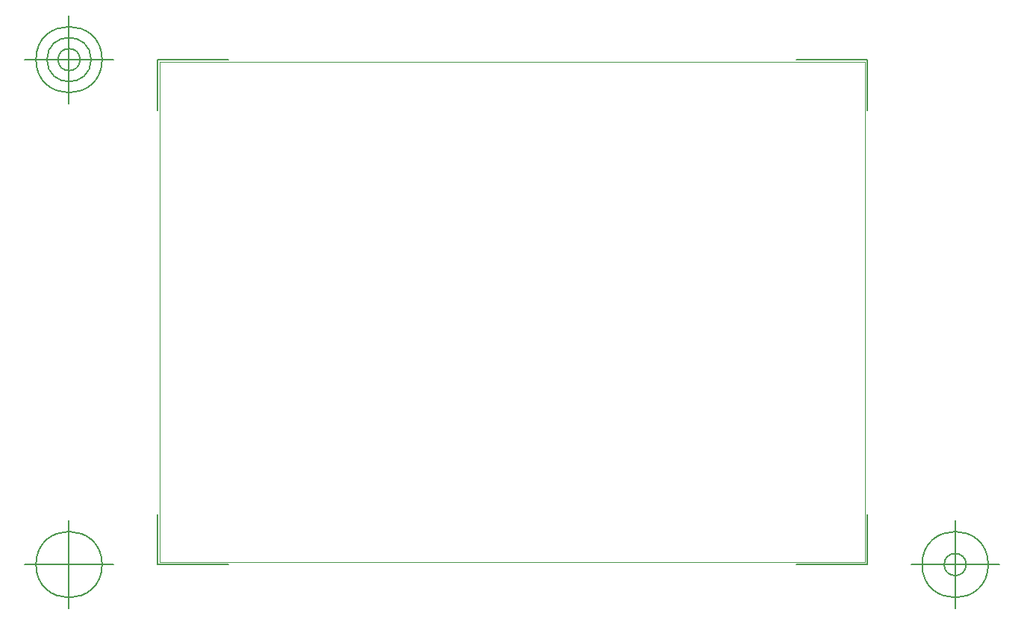
<source format=gbr>
G04 Generated by Ultiboard 14.2 *
%FSLAX24Y24*%
%MOIN*%

%ADD10C,0.0001*%
%ADD11C,0.0001*%
%ADD12C,0.0050*%


G04 ColorRGB 00FFFF for the following layer *
%LNBoard Outline*%
%LPD*%
G54D10*
G54D11*
X0Y26D02*
X31501Y26D01*
X31501Y22403D01*
X0Y22403D01*
X0Y26D01*
G54D12*
X-100Y-74D02*
X-100Y2184D01*
X-100Y-74D02*
X3070Y-74D01*
X31601Y-74D02*
X28431Y-74D01*
X31601Y-74D02*
X31601Y2184D01*
X31601Y22503D02*
X31601Y20245D01*
X31601Y22503D02*
X28431Y22503D01*
X-100Y22503D02*
X3070Y22503D01*
X-100Y22503D02*
X-100Y20245D01*
X-2069Y-74D02*
X-6006Y-74D01*
X-4037Y-2043D02*
X-4037Y1894D01*
X-5513Y-74D02*
G75*
D01*
G02X-5513Y-74I1476J0*
G01*
X33569Y-74D02*
X37506Y-74D01*
X35538Y-2043D02*
X35538Y1894D01*
X34062Y-74D02*
G75*
D01*
G02X34062Y-74I1476J0*
G01*
X35046Y-74D02*
G75*
D01*
G02X35046Y-74I492J0*
G01*
X-2069Y22503D02*
X-6006Y22503D01*
X-4037Y20535D02*
X-4037Y24472D01*
X-5513Y22503D02*
G75*
D01*
G02X-5513Y22503I1476J0*
G01*
X-5021Y22503D02*
G75*
D01*
G02X-5021Y22503I984J0*
G01*
X-4529Y22503D02*
G75*
D01*
G02X-4529Y22503I492J0*
G01*

M02*

</source>
